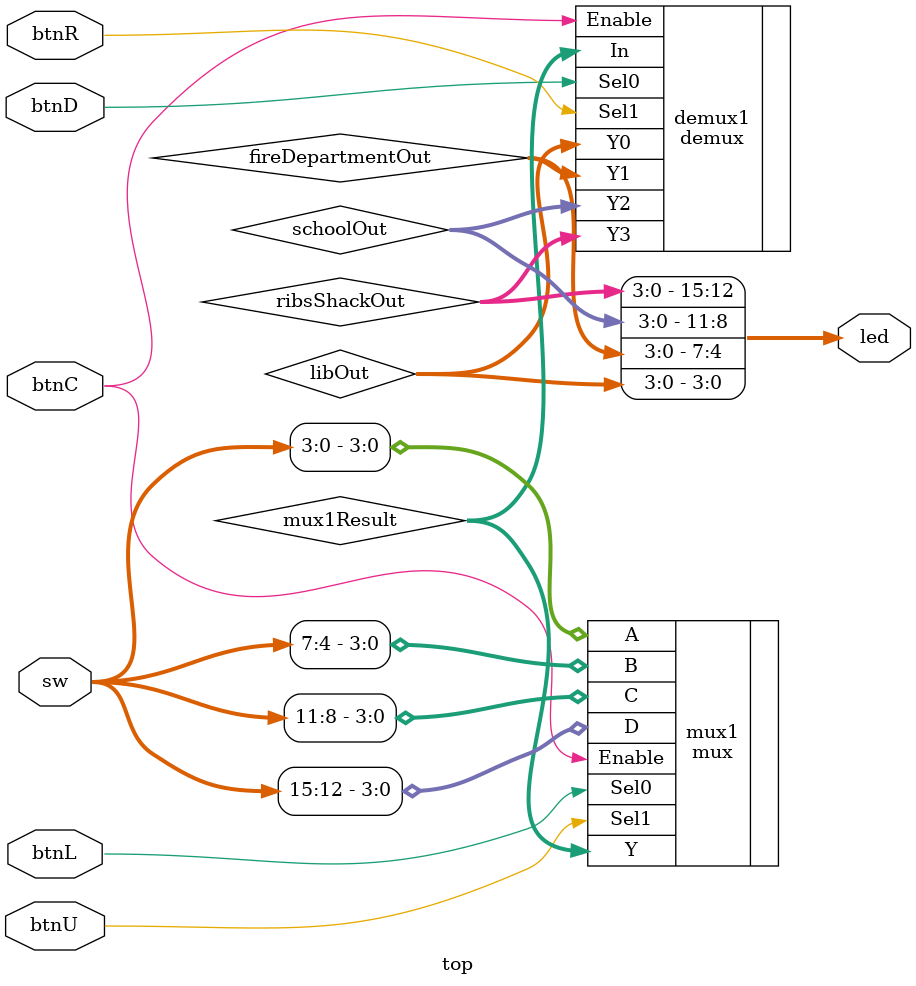
<source format=v>
module top(

    input [15:0] sw,
    input btnC, btnD, btnR, btnU, btnL,
    output [15:0] led
    );
    wire [3:0] mux1Result;
    
    wire [3:0] libOut;
    wire [3:0] fireDepartmentOut;
    wire [3:0] schoolOut;
    wire [3:0] ribsShackOut;
    
    
    mux mux1(
        .A(sw[3:0]),
        .B(sw[7:4]),
        .C(sw[11:8]),
        .D(sw[15:12]),
        .Enable(btnC),
        .Sel0(btnL),
        .Sel1(btnU),
        .Y(mux1Result)
    );
    
    demux demux1(
        .In(mux1Result),
        .Enable(btnC),
        .Sel0(btnD),
        .Sel1(btnR),
        .Y0(libOut),
        .Y1(fireDepartmentOut),
        .Y2(schoolOut),
        .Y3(ribsShackOut)
    );
    
    assign led[3:0] = libOut;
    assign led[7:4] = fireDepartmentOut;
    assign led[11:8] = schoolOut;
    assign led[15:12] = ribsShackOut;
    
endmodule

</source>
